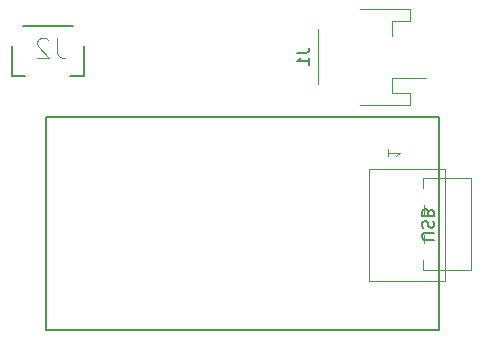
<source format=gbr>
%TF.GenerationSoftware,KiCad,Pcbnew,9.0.0*%
%TF.CreationDate,2025-05-17T10:00:08-07:00*%
%TF.ProjectId,nnv2-toupee,6e6e7632-2d74-46f7-9570-65652e6b6963,rev?*%
%TF.SameCoordinates,Original*%
%TF.FileFunction,Legend,Bot*%
%TF.FilePolarity,Positive*%
%FSLAX46Y46*%
G04 Gerber Fmt 4.6, Leading zero omitted, Abs format (unit mm)*
G04 Created by KiCad (PCBNEW 9.0.0) date 2025-05-17 10:00:08*
%MOMM*%
%LPD*%
G01*
G04 APERTURE LIST*
%ADD10C,0.150000*%
%ADD11C,0.100000*%
%ADD12C,0.074778*%
%ADD13C,0.200000*%
%ADD14C,0.152400*%
%ADD15C,0.120000*%
G04 APERTURE END LIST*
D10*
X209588571Y-87824355D02*
X208779048Y-87824355D01*
X208779048Y-87824355D02*
X208683810Y-87776736D01*
X208683810Y-87776736D02*
X208636191Y-87729117D01*
X208636191Y-87729117D02*
X208588571Y-87633879D01*
X208588571Y-87633879D02*
X208588571Y-87443403D01*
X208588571Y-87443403D02*
X208636191Y-87348165D01*
X208636191Y-87348165D02*
X208683810Y-87300546D01*
X208683810Y-87300546D02*
X208779048Y-87252927D01*
X208779048Y-87252927D02*
X209588571Y-87252927D01*
X208636191Y-86824355D02*
X208588571Y-86681498D01*
X208588571Y-86681498D02*
X208588571Y-86443403D01*
X208588571Y-86443403D02*
X208636191Y-86348165D01*
X208636191Y-86348165D02*
X208683810Y-86300546D01*
X208683810Y-86300546D02*
X208779048Y-86252927D01*
X208779048Y-86252927D02*
X208874286Y-86252927D01*
X208874286Y-86252927D02*
X208969524Y-86300546D01*
X208969524Y-86300546D02*
X209017143Y-86348165D01*
X209017143Y-86348165D02*
X209064762Y-86443403D01*
X209064762Y-86443403D02*
X209112381Y-86633879D01*
X209112381Y-86633879D02*
X209160000Y-86729117D01*
X209160000Y-86729117D02*
X209207619Y-86776736D01*
X209207619Y-86776736D02*
X209302857Y-86824355D01*
X209302857Y-86824355D02*
X209398095Y-86824355D01*
X209398095Y-86824355D02*
X209493333Y-86776736D01*
X209493333Y-86776736D02*
X209540952Y-86729117D01*
X209540952Y-86729117D02*
X209588571Y-86633879D01*
X209588571Y-86633879D02*
X209588571Y-86395784D01*
X209588571Y-86395784D02*
X209540952Y-86252927D01*
X209112381Y-85491022D02*
X209064762Y-85348165D01*
X209064762Y-85348165D02*
X209017143Y-85300546D01*
X209017143Y-85300546D02*
X208921905Y-85252927D01*
X208921905Y-85252927D02*
X208779048Y-85252927D01*
X208779048Y-85252927D02*
X208683810Y-85300546D01*
X208683810Y-85300546D02*
X208636191Y-85348165D01*
X208636191Y-85348165D02*
X208588571Y-85443403D01*
X208588571Y-85443403D02*
X208588571Y-85824355D01*
X208588571Y-85824355D02*
X209588571Y-85824355D01*
X209588571Y-85824355D02*
X209588571Y-85491022D01*
X209588571Y-85491022D02*
X209540952Y-85395784D01*
X209540952Y-85395784D02*
X209493333Y-85348165D01*
X209493333Y-85348165D02*
X209398095Y-85300546D01*
X209398095Y-85300546D02*
X209302857Y-85300546D01*
X209302857Y-85300546D02*
X209207619Y-85348165D01*
X209207619Y-85348165D02*
X209160000Y-85395784D01*
X209160000Y-85395784D02*
X209112381Y-85491022D01*
X209112381Y-85491022D02*
X209112381Y-85824355D01*
D11*
X205671585Y-80176897D02*
X205671585Y-80748325D01*
X205671585Y-80462611D02*
X206671585Y-80462611D01*
X206671585Y-80462611D02*
X206528728Y-80557849D01*
X206528728Y-80557849D02*
X206433490Y-80653087D01*
X206433490Y-80653087D02*
X206385871Y-80748325D01*
D12*
X177666841Y-70727216D02*
X177666841Y-71943803D01*
X177666841Y-71943803D02*
X177747946Y-72187121D01*
X177747946Y-72187121D02*
X177910158Y-72349333D01*
X177910158Y-72349333D02*
X178153475Y-72430438D01*
X178153475Y-72430438D02*
X178315687Y-72430438D01*
X176936888Y-70889428D02*
X176855782Y-70808322D01*
X176855782Y-70808322D02*
X176693571Y-70727216D01*
X176693571Y-70727216D02*
X176288042Y-70727216D01*
X176288042Y-70727216D02*
X176125830Y-70808322D01*
X176125830Y-70808322D02*
X176044724Y-70889428D01*
X176044724Y-70889428D02*
X175963619Y-71051640D01*
X175963619Y-71051640D02*
X175963619Y-71213851D01*
X175963619Y-71213851D02*
X176044724Y-71457169D01*
X176044724Y-71457169D02*
X177017994Y-72430438D01*
X177017994Y-72430438D02*
X175963619Y-72430438D01*
D10*
X198024819Y-72006666D02*
X198739104Y-72006666D01*
X198739104Y-72006666D02*
X198881961Y-71959047D01*
X198881961Y-71959047D02*
X198977200Y-71863809D01*
X198977200Y-71863809D02*
X199024819Y-71720952D01*
X199024819Y-71720952D02*
X199024819Y-71625714D01*
X199024819Y-73006666D02*
X199024819Y-72435238D01*
X199024819Y-72720952D02*
X198024819Y-72720952D01*
X198024819Y-72720952D02*
X198167676Y-72625714D01*
X198167676Y-72625714D02*
X198262914Y-72530476D01*
X198262914Y-72530476D02*
X198310533Y-72435238D01*
D11*
%TO.C,U1*%
X204050000Y-81809991D02*
X210550000Y-81809991D01*
X204050000Y-91309991D02*
X204050000Y-81809991D01*
X210550000Y-81809991D02*
X210550000Y-91309991D01*
X210550000Y-91309991D02*
X204050000Y-91309991D01*
D13*
X210038391Y-95452451D02*
X176700010Y-95452451D01*
X176700010Y-77407550D01*
X210038391Y-77407550D01*
X210038391Y-95452451D01*
D14*
%TO.C,J2*%
X173890000Y-71400000D02*
X173890000Y-74000000D01*
X173890000Y-74000000D02*
X174990000Y-74000000D01*
X174790000Y-69700000D02*
X178990000Y-69700000D01*
X178790000Y-74000000D02*
X179990000Y-74000000D01*
X179990000Y-74000000D02*
X179990000Y-71400000D01*
D11*
%TO.C,SW1*%
X208650000Y-83420000D02*
X208650000Y-82620000D01*
X208650000Y-89520000D02*
X208650000Y-90420000D01*
D15*
X208700000Y-85620000D02*
X208700000Y-84920000D01*
X208700000Y-88120000D02*
X208700000Y-87420000D01*
X208700000Y-90420000D02*
X212750000Y-90420000D01*
X212750000Y-82620000D02*
X208650000Y-82620000D01*
X212750000Y-82620000D02*
X212750000Y-90420000D01*
%TO.C,J1*%
X199770000Y-74680000D02*
X199770000Y-70000000D01*
X203340000Y-68280000D02*
X207590000Y-68280000D01*
X203340000Y-76400000D02*
X207590000Y-76400000D01*
X205990000Y-69300000D02*
X205990000Y-70580000D01*
X205990000Y-74100000D02*
X208880000Y-74100000D01*
X205990000Y-75380000D02*
X205990000Y-74100000D01*
X207590000Y-68280000D02*
X207590000Y-69300000D01*
X207590000Y-69300000D02*
X205990000Y-69300000D01*
X207590000Y-75380000D02*
X205990000Y-75380000D01*
X207590000Y-76400000D02*
X207590000Y-75380000D01*
%TD*%
M02*

</source>
